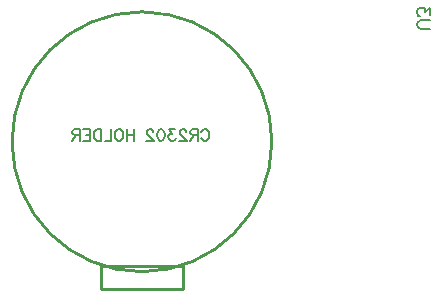
<source format=gbo>
G04 Layer: BottomSilkLayer*
G04 EasyEDA v6.4.25, 2022-01-11T00:03:50+05:30*
G04 e79d8a0691a342feb3cd135c88b6c30b,bb4acb9064584a23a31515f2769df67a,10*
G04 Gerber Generator version 0.2*
G04 Scale: 100 percent, Rotated: No, Reflected: No *
G04 Dimensions in millimeters *
G04 leading zeros omitted , absolute positions ,4 integer and 5 decimal *
%FSLAX45Y45*%
%MOMM*%

%ADD10C,0.2540*%
%ADD24C,0.1524*%
%ADD25C,0.2032*%

%LPD*%
D25*
X2306718Y5856681D02*
G01*
X2311262Y5865771D01*
X2320353Y5874862D01*
X2329446Y5879409D01*
X2347628Y5879409D01*
X2356718Y5874862D01*
X2365809Y5865771D01*
X2370353Y5856681D01*
X2374900Y5843046D01*
X2374900Y5820318D01*
X2370353Y5806681D01*
X2365809Y5797590D01*
X2356718Y5788499D01*
X2347628Y5783953D01*
X2329446Y5783953D01*
X2320353Y5788499D01*
X2311262Y5797590D01*
X2306718Y5806681D01*
X2276718Y5879409D02*
G01*
X2276718Y5783953D01*
X2276718Y5879409D02*
G01*
X2235809Y5879409D01*
X2222172Y5874862D01*
X2217628Y5870318D01*
X2213081Y5861227D01*
X2213081Y5852137D01*
X2217628Y5843046D01*
X2222172Y5838499D01*
X2235809Y5833953D01*
X2276718Y5833953D01*
X2244900Y5833953D02*
G01*
X2213081Y5783953D01*
X2178537Y5856681D02*
G01*
X2178537Y5861227D01*
X2173991Y5870318D01*
X2169447Y5874862D01*
X2160353Y5879409D01*
X2142172Y5879409D01*
X2133081Y5874862D01*
X2128537Y5870318D01*
X2123991Y5861227D01*
X2123991Y5852137D01*
X2128537Y5843046D01*
X2137628Y5829409D01*
X2183081Y5783953D01*
X2119447Y5783953D01*
X2080353Y5879409D02*
G01*
X2030354Y5879409D01*
X2057628Y5843046D01*
X2043991Y5843046D01*
X2034900Y5838499D01*
X2030354Y5833953D01*
X2025810Y5820318D01*
X2025810Y5811227D01*
X2030354Y5797590D01*
X2039447Y5788499D01*
X2053081Y5783953D01*
X2066719Y5783953D01*
X2080353Y5788499D01*
X2084900Y5793046D01*
X2089447Y5802137D01*
X1968538Y5879409D02*
G01*
X1982172Y5874862D01*
X1991263Y5861227D01*
X1995810Y5838499D01*
X1995810Y5824862D01*
X1991263Y5802137D01*
X1982172Y5788499D01*
X1968538Y5783953D01*
X1959447Y5783953D01*
X1945810Y5788499D01*
X1936719Y5802137D01*
X1932172Y5824862D01*
X1932172Y5838499D01*
X1936719Y5861227D01*
X1945810Y5874862D01*
X1959447Y5879409D01*
X1968538Y5879409D01*
X1897628Y5856681D02*
G01*
X1897628Y5861227D01*
X1893082Y5870318D01*
X1888538Y5874862D01*
X1879447Y5879409D01*
X1861263Y5879409D01*
X1852173Y5874862D01*
X1847629Y5870318D01*
X1843082Y5861227D01*
X1843082Y5852137D01*
X1847629Y5843046D01*
X1856719Y5829409D01*
X1902172Y5783953D01*
X1838538Y5783953D01*
X1738538Y5879409D02*
G01*
X1738538Y5783953D01*
X1674901Y5879409D02*
G01*
X1674901Y5783953D01*
X1738538Y5833953D02*
G01*
X1674901Y5833953D01*
X1617629Y5879409D02*
G01*
X1626720Y5874862D01*
X1635810Y5865771D01*
X1640354Y5856681D01*
X1644901Y5843046D01*
X1644901Y5820318D01*
X1640354Y5806681D01*
X1635810Y5797590D01*
X1626720Y5788499D01*
X1617629Y5783953D01*
X1599448Y5783953D01*
X1590354Y5788499D01*
X1581264Y5797590D01*
X1576720Y5806681D01*
X1572173Y5820318D01*
X1572173Y5843046D01*
X1576720Y5856681D01*
X1581264Y5865771D01*
X1590354Y5874862D01*
X1599448Y5879409D01*
X1617629Y5879409D01*
X1542173Y5879409D02*
G01*
X1542173Y5783953D01*
X1542173Y5783953D02*
G01*
X1487629Y5783953D01*
X1457629Y5879409D02*
G01*
X1457629Y5783953D01*
X1457629Y5879409D02*
G01*
X1425811Y5879409D01*
X1412173Y5874862D01*
X1403083Y5865771D01*
X1398539Y5856681D01*
X1393992Y5843046D01*
X1393992Y5820318D01*
X1398539Y5806681D01*
X1403083Y5797590D01*
X1412173Y5788499D01*
X1425811Y5783953D01*
X1457629Y5783953D01*
X1363992Y5879409D02*
G01*
X1363992Y5783953D01*
X1363992Y5879409D02*
G01*
X1304902Y5879409D01*
X1363992Y5833953D02*
G01*
X1327630Y5833953D01*
X1363992Y5783953D02*
G01*
X1304902Y5783953D01*
X1274902Y5879409D02*
G01*
X1274902Y5783953D01*
X1274902Y5879409D02*
G01*
X1233992Y5879409D01*
X1220355Y5874862D01*
X1215811Y5870318D01*
X1211265Y5861227D01*
X1211265Y5852137D01*
X1215811Y5843046D01*
X1220355Y5838499D01*
X1233992Y5833953D01*
X1274902Y5833953D01*
X1243083Y5833953D02*
G01*
X1211265Y5783953D01*
D24*
X4242815Y6731000D02*
G01*
X4164838Y6731000D01*
X4149343Y6736079D01*
X4138929Y6746494D01*
X4133850Y6762242D01*
X4133850Y6772655D01*
X4138929Y6788150D01*
X4149343Y6798563D01*
X4164838Y6803644D01*
X4242815Y6803644D01*
X4242815Y6848347D02*
G01*
X4242815Y6905497D01*
X4201159Y6874510D01*
X4201159Y6890004D01*
X4196079Y6900418D01*
X4191000Y6905497D01*
X4175252Y6910831D01*
X4164838Y6910831D01*
X4149343Y6905497D01*
X4138929Y6895084D01*
X4133850Y6879589D01*
X4133850Y6864095D01*
X4138929Y6848347D01*
X4144009Y6843268D01*
X4154424Y6837934D01*
D10*
X2153386Y4524502D02*
G01*
X2153386Y4724501D01*
X1453387Y4724501D01*
X1453387Y4524502D01*
X2153386Y4524502D01*
G75*
G01
X2903398Y5774512D02*
G03X2903398Y5774512I-1099998J0D01*
M02*

</source>
